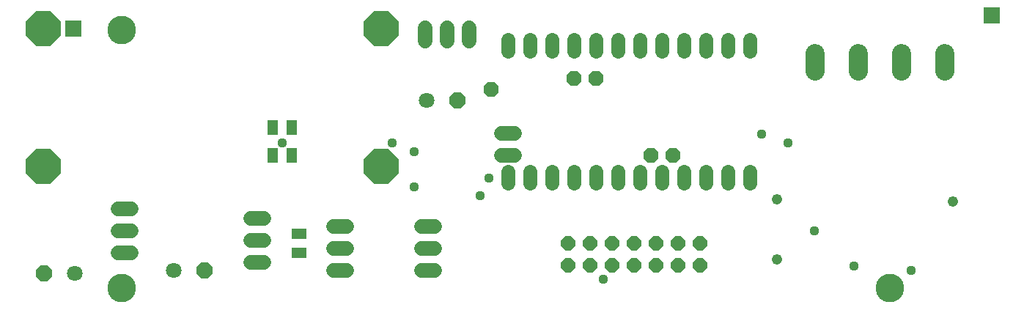
<source format=gts>
G75*
G70*
%OFA0B0*%
%FSLAX24Y24*%
%IPPOS*%
%LPD*%
%AMOC8*
5,1,8,0,0,1.08239X$1,22.5*
%
%ADD10C,0.1300*%
%ADD11OC8,0.0640*%
%ADD12OC8,0.1580*%
%ADD13C,0.0680*%
%ADD14R,0.0750X0.0750*%
%ADD15C,0.0860*%
%ADD16R,0.0491X0.0710*%
%ADD17C,0.0640*%
%ADD18R,0.0710X0.0491*%
%ADD19OC8,0.0710*%
%ADD20C,0.0710*%
%ADD21OC8,0.0680*%
%ADD22C,0.0437*%
%ADD23C,0.0476*%
D10*
X005315Y001422D03*
X040247Y001422D03*
X005315Y013172D03*
D11*
X025615Y003472D03*
X026615Y003472D03*
X027615Y003472D03*
X028615Y003472D03*
X029615Y003472D03*
X030615Y003472D03*
X031615Y003472D03*
X031615Y002472D03*
X030615Y002472D03*
X029615Y002472D03*
X028615Y002472D03*
X027615Y002472D03*
X026615Y002472D03*
X025615Y002472D03*
D12*
X017115Y006972D03*
X001740Y006972D03*
X001740Y013222D03*
X017115Y013222D03*
D13*
X019115Y013272D02*
X019115Y012672D01*
X020115Y012672D02*
X020115Y013272D01*
X021115Y013272D02*
X021115Y012672D01*
X022565Y008472D02*
X023165Y008472D01*
X023165Y007472D02*
X022565Y007472D01*
X019540Y004222D02*
X018940Y004222D01*
X018940Y003222D02*
X019540Y003222D01*
X019540Y002222D02*
X018940Y002222D01*
X015540Y002222D02*
X014940Y002222D01*
X014940Y003222D02*
X015540Y003222D01*
X015540Y004222D02*
X014940Y004222D01*
X011790Y004597D02*
X011190Y004597D01*
X011190Y003597D02*
X011790Y003597D01*
X011790Y002597D02*
X011190Y002597D01*
X005727Y003034D02*
X005127Y003034D01*
X005127Y004034D02*
X005727Y004034D01*
X005727Y005034D02*
X005127Y005034D01*
D14*
X003115Y013222D03*
X044865Y013847D03*
D15*
X042734Y012086D02*
X042734Y011306D01*
X040774Y011306D02*
X040774Y012086D01*
X038794Y012086D02*
X038794Y011306D01*
X036834Y011306D02*
X036834Y012086D01*
D16*
X013059Y008722D03*
X012171Y008722D03*
X012171Y007472D03*
X013059Y007472D03*
D17*
X022865Y006752D02*
X022865Y006192D01*
X023865Y006192D02*
X023865Y006752D01*
X024865Y006752D02*
X024865Y006192D01*
X025865Y006192D02*
X025865Y006752D01*
X026865Y006752D02*
X026865Y006192D01*
X027865Y006192D02*
X027865Y006752D01*
X028865Y006752D02*
X028865Y006192D01*
X029865Y006192D02*
X029865Y006752D01*
X030865Y006752D02*
X030865Y006192D01*
X031865Y006192D02*
X031865Y006752D01*
X032865Y006752D02*
X032865Y006192D01*
X033865Y006192D02*
X033865Y006752D01*
X033865Y012192D02*
X033865Y012752D01*
X032865Y012752D02*
X032865Y012192D01*
X031865Y012192D02*
X031865Y012752D01*
X030865Y012752D02*
X030865Y012192D01*
X029865Y012192D02*
X029865Y012752D01*
X028865Y012752D02*
X028865Y012192D01*
X027865Y012192D02*
X027865Y012752D01*
X026865Y012752D02*
X026865Y012192D01*
X025865Y012192D02*
X025865Y012752D01*
X024865Y012752D02*
X024865Y012192D01*
X023865Y012192D02*
X023865Y012752D01*
X022865Y012752D02*
X022865Y012192D01*
D18*
X013365Y003915D03*
X013365Y003028D03*
D19*
X009065Y002222D03*
X001790Y002097D03*
X020565Y009972D03*
D20*
X019165Y009972D03*
X007665Y002222D03*
X003190Y002097D03*
D21*
X022115Y010472D03*
X025865Y010972D03*
X026865Y010972D03*
X029365Y007472D03*
X030365Y007472D03*
D22*
X034415Y008422D03*
X035615Y008022D03*
X036815Y004022D03*
X038615Y002422D03*
X041215Y002222D03*
X027215Y001822D03*
X021615Y005622D03*
X022015Y006422D03*
X018615Y006022D03*
X018615Y007622D03*
X017615Y008022D03*
X012615Y008022D03*
D23*
X035115Y005472D03*
X035115Y002722D03*
X043115Y005372D03*
M02*

</source>
